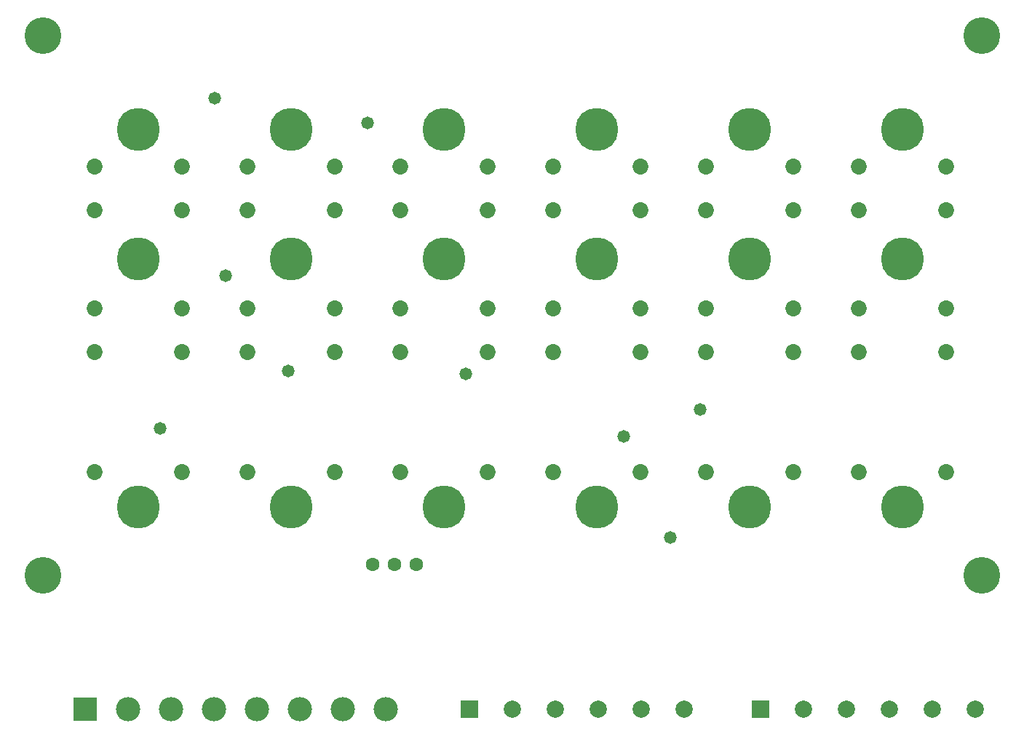
<source format=gts>
G04*
G04 #@! TF.GenerationSoftware,Altium Limited,Altium Designer,19.1.8 (144)*
G04*
G04 Layer_Color=8388736*
%FSLAX25Y25*%
%MOIN*%
G70*
G01*
G75*
%ADD14C,0.07887*%
%ADD15R,0.07887X0.07887*%
%ADD16C,0.07296*%
%ADD17C,0.19698*%
%ADD18C,0.06312*%
%ADD19C,0.11135*%
%ADD20R,0.11135X0.11135*%
%ADD21C,0.16800*%
%ADD22C,0.05800*%
D14*
X563425Y133750D02*
D03*
X543740D02*
D03*
X524055D02*
D03*
X504370D02*
D03*
X484685D02*
D03*
X429990D02*
D03*
X410305D02*
D03*
X390620D02*
D03*
X370935D02*
D03*
X351250D02*
D03*
D15*
X465000D02*
D03*
X331565D02*
D03*
D16*
X550000Y242500D02*
D03*
Y297500D02*
D03*
Y317500D02*
D03*
Y362500D02*
D03*
Y382500D02*
D03*
X510000D02*
D03*
Y362500D02*
D03*
Y317500D02*
D03*
Y297500D02*
D03*
Y242500D02*
D03*
X160000D02*
D03*
Y297500D02*
D03*
Y317500D02*
D03*
Y362500D02*
D03*
Y382500D02*
D03*
X200000D02*
D03*
Y362500D02*
D03*
Y317500D02*
D03*
Y297500D02*
D03*
Y242500D02*
D03*
X270000D02*
D03*
Y297500D02*
D03*
Y317500D02*
D03*
Y362500D02*
D03*
Y382500D02*
D03*
X230000D02*
D03*
Y362500D02*
D03*
Y317500D02*
D03*
Y297500D02*
D03*
Y242500D02*
D03*
X300000D02*
D03*
Y297500D02*
D03*
Y317500D02*
D03*
Y362500D02*
D03*
Y382500D02*
D03*
X340000D02*
D03*
Y362500D02*
D03*
Y317500D02*
D03*
Y297500D02*
D03*
Y242500D02*
D03*
X410000D02*
D03*
Y297500D02*
D03*
Y317500D02*
D03*
Y362500D02*
D03*
Y382500D02*
D03*
X370000D02*
D03*
Y362500D02*
D03*
Y317500D02*
D03*
Y297500D02*
D03*
Y242500D02*
D03*
X440000D02*
D03*
Y297500D02*
D03*
Y317500D02*
D03*
Y362500D02*
D03*
Y382500D02*
D03*
X480000D02*
D03*
Y362500D02*
D03*
Y317500D02*
D03*
Y297500D02*
D03*
Y242500D02*
D03*
D17*
X530000Y226358D02*
D03*
Y340138D02*
D03*
Y399587D02*
D03*
X180000D02*
D03*
Y340138D02*
D03*
Y226358D02*
D03*
X250000D02*
D03*
Y340138D02*
D03*
Y399587D02*
D03*
X320000D02*
D03*
Y340138D02*
D03*
Y226358D02*
D03*
X390000D02*
D03*
Y340138D02*
D03*
Y399587D02*
D03*
X460000D02*
D03*
Y340138D02*
D03*
Y226358D02*
D03*
D18*
X307500Y200000D02*
D03*
X287500D02*
D03*
X297500D02*
D03*
D19*
X293435Y133750D02*
D03*
X273750D02*
D03*
X254065D02*
D03*
X234380D02*
D03*
X214695D02*
D03*
X195010D02*
D03*
X175325D02*
D03*
D20*
X155640D02*
D03*
D21*
X566250Y195000D02*
D03*
X136250D02*
D03*
X136266Y442500D02*
D03*
X566266D02*
D03*
D22*
X402500Y258750D02*
D03*
X423750Y212500D02*
D03*
X330000Y287500D02*
D03*
X437500Y271250D02*
D03*
X285000Y402500D02*
D03*
X215000Y413750D02*
D03*
X248750Y288750D02*
D03*
X190000Y262500D02*
D03*
X220000Y332500D02*
D03*
M02*

</source>
